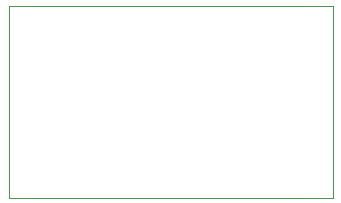
<source format=gbr>
G04 #@! TF.FileFunction,Profile,NP*
%FSLAX46Y46*%
G04 Gerber Fmt 4.6, Leading zero omitted, Abs format (unit mm)*
G04 Created by KiCad (PCBNEW 0.201508060901+6055~28~ubuntu14.04.1-product) date Wed 12 Aug 2015 10:53:55 PM EDT*
%MOMM*%
G01*
G04 APERTURE LIST*
%ADD10C,0.100000*%
G04 APERTURE END LIST*
D10*
X182872000Y-107193000D02*
X155440000Y-107193000D01*
X182872000Y-123449000D02*
X182872000Y-107193000D01*
X155440000Y-123449000D02*
X182872000Y-123449000D01*
X155440000Y-107193000D02*
X155440000Y-123449000D01*
M02*

</source>
